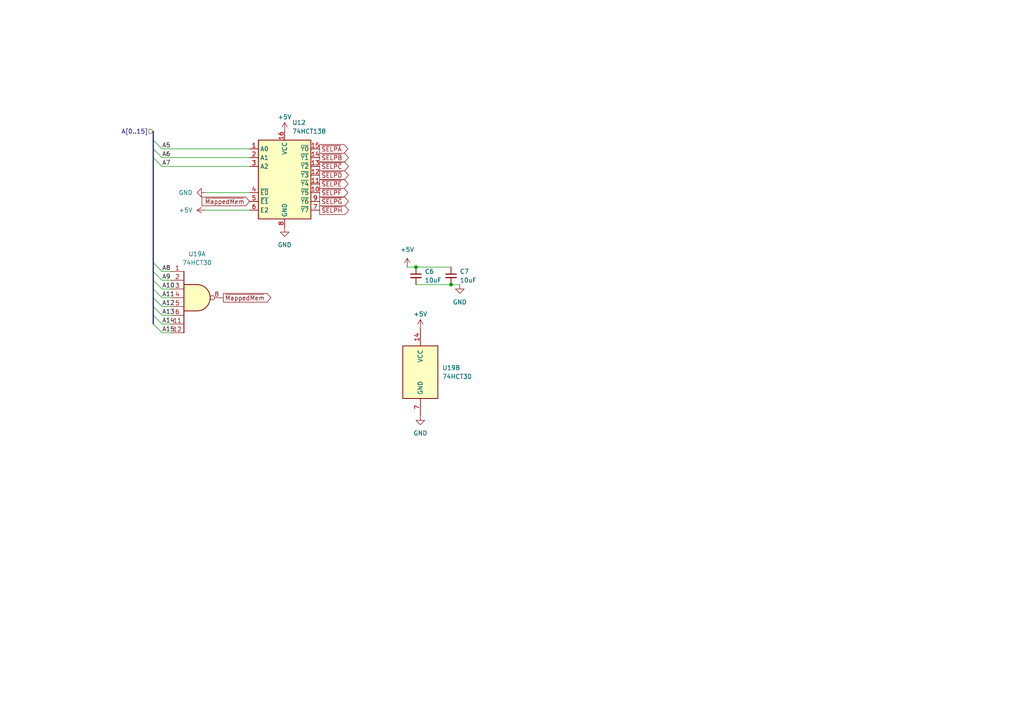
<source format=kicad_sch>
(kicad_sch (version 20250114) (generator "eeschema") (generator_version "9.0")
  (paper "A4")
  (title_block (title "HD6309 Homebrew SBC") (date "2024-04-11") (rev "2.0"))
  (lib_symbols
    (symbol "+5V_1" (power) (pin_names (offset 0))
      (property "Value" "+5V_1" (at 0 3.556 0))
      (symbol "+5V_1_0_1"
        (polyline (pts (xy -0.762 1.27) (xy 0 2.54)))
        (polyline (pts (xy 0 2.54) (xy 0.762 1.27)))
        (polyline (pts (xy 0 0) (xy 0 2.54)))
      )
      (symbol "+5V_1_1_1"
        (pin power_in line (at 0 0 90) (length 0) (hide yes) (name "+5V") (number "1"))
      )
    )
    (symbol "74xx:74HCT138"
      (property "Reference" "U" (at -7.62 13.97 0))
      (property "Value" "74HCT138" (at 2.54 -11.43 0))
      (symbol "74HCT138_0_1"
        (rectangle (start -7.62 12.7) (end 7.62 -10.16) (stroke (width 0.254)) (fill (type background)))
      )
      (symbol "74HCT138_1_1"
        (pin input line (at -10.16 10.16 0) (length 2.54) (name "A0") (number "1"))
        (pin input line (at -10.16 7.62 0) (length 2.54) (name "A1") (number "2"))
        (pin input line (at -10.16 5.08 0) (length 2.54) (name "A2") (number "3"))
        (pin input line (at -10.16 -2.54 0) (length 2.54) (name "~{E0}") (number "4"))
        (pin input line (at -10.16 -5.08 0) (length 2.54) (name "~{E1}") (number "5"))
        (pin input line (at -10.16 -7.62 0) (length 2.54) (name "E2") (number "6"))
        (pin power_in line (at 0 15.24 270) (length 2.54) (name "VCC") (number "16"))
        (pin power_in line (at 0 -12.7 90) (length 2.54) (name "GND") (number "8"))
        (pin output line (at 10.16 10.16 180) (length 2.54) (name "~{Y0}") (number "15"))
        (pin output line (at 10.16 7.62 180) (length 2.54) (name "~{Y1}") (number "14"))
        (pin output line (at 10.16 5.08 180) (length 2.54) (name "~{Y2}") (number "13"))
        (pin output line (at 10.16 2.54 180) (length 2.54) (name "~{Y3}") (number "12"))
        (pin output line (at 10.16 0 180) (length 2.54) (name "~{Y4}") (number "11"))
        (pin output line (at 10.16 -2.54 180) (length 2.54) (name "~{Y5}") (number "10"))
        (pin output line (at 10.16 -5.08 180) (length 2.54) (name "~{Y6}") (number "9"))
        (pin output line (at 10.16 -7.62 180) (length 2.54) (name "~{Y7}") (number "7"))
      )
    )
    (symbol "74xx:74LS30" (pin_names (offset 1.016))
      (property "Reference" "U" (at 0 1.27 0))
      (property "Value" "74LS30" (at 0 -1.27 0))
      (symbol "74LS30_1_1"
        (polyline (pts (xy -3.81 7.62) (xy -3.81 -10.16)) (stroke (width 0.254)))
        (arc (start 0 3.81) (mid 3.7934 0) (end 0 -3.81) (stroke (width 0.254)) (fill (type background)))
        (polyline (pts (xy 0 3.81) (xy -3.81 3.81) (xy -3.81 -3.81) (xy 0 -3.81)) (stroke (width 0.254)) (fill (type background)))
        (pin input line (at -7.62 7.62 0) (length 3.81) (name "~") (number "1"))
        (pin input line (at -7.62 5.08 0) (length 3.81) (name "~") (number "2"))
        (pin input line (at -7.62 2.54 0) (length 3.81) (name "~") (number "3"))
        (pin input line (at -7.62 0 0) (length 3.81) (name "~") (number "4"))
        (pin input line (at -7.62 -2.54 0) (length 3.81) (name "~") (number "5"))
        (pin input line (at -7.62 -5.08 0) (length 3.81) (name "~") (number "6"))
        (pin input line (at -7.62 -7.62 0) (length 3.81) (name "~") (number "11"))
        (pin input line (at -7.62 -10.16 0) (length 3.81) (name "~") (number "12"))
        (pin output inverted (at 7.62 0 180) (length 3.81) (name "~") (number "8"))
      )
      (symbol "74LS30_1_2"
        (arc (start -3.81 3.81) (mid -2.589 0) (end -3.81 -3.81) (stroke (width 0.254)))
        (polyline (pts (xy -3.81 7.62) (xy -3.81 3.81)) (stroke (width 0.254)))
        (polyline (pts (xy -3.81 3.81) (xy -0.635 3.81)) (stroke (width 0.254)) (fill (type background)))
        (polyline (pts (xy -3.81 -3.81) (xy -3.81 -10.16)) (stroke (width 0.254)))
        (polyline (pts (xy -3.81 -3.81) (xy -0.635 -3.81)) (stroke (width 0.254)) (fill (type background)))
        (arc (start 3.81 0) (mid 2.1855 -2.584) (end -0.6096 -3.81) (stroke (width 0.254)) (fill (type background)))
        (arc (start -0.6096 3.81) (mid 2.1928 2.5924) (end 3.81 0) (stroke (width 0.254)) (fill (type background)))
        (polyline (pts (xy -0.635 3.81) (xy -3.81 3.81) (xy -3.81 3.81) (xy -3.556 3.4036) (xy -3.0226 2.2606) (xy -2.6924 1.0414) (xy -2.6162 -0.254) (xy -2.7686 -1.4986) (xy -3.175 -2.7178) (xy -3.81 -3.81) (xy -3.81 -3.81) (xy -0.635 -3.81)) (stroke (width -25.4)) (fill (type background)))
        (pin input inverted (at -7.62 7.62 0) (length 3.81) (name "~") (number "1"))
        (pin input inverted (at -7.62 5.08 0) (length 3.81) (name "~") (number "2"))
        (pin input inverted (at -7.62 2.54 0) (length 4.5466) (name "~") (number "3"))
        (pin input inverted (at -7.62 0 0) (length 5.08) (name "~") (number "4"))
        (pin input inverted (at -7.62 -2.54 0) (length 4.5466) (name "~") (number "5"))
        (pin input inverted (at -7.62 -5.08 0) (length 3.81) (name "~") (number "6"))
        (pin input inverted (at -7.62 -7.62 0) (length 3.81) (name "~") (number "11"))
        (pin input inverted (at -7.62 -10.16 0) (length 3.81) (name "~") (number "12"))
        (pin output line (at 7.62 0 180) (length 3.81) (name "~") (number "8"))
      )
      (symbol "74LS30_2_0"
        (pin power_in line (at 0 12.7 270) (length 5.08) (name "VCC") (number "14"))
        (pin power_in line (at 0 -12.7 90) (length 5.08) (name "GND") (number "7"))
      )
      (symbol "74LS30_2_1"
        (rectangle (start -5.08 7.62) (end 5.08 -7.62) (stroke (width 0.254)) (fill (type background)))
      )
    )
    (symbol "Device:C_Small" (pin_numbers (hide yes)) (pin_names (offset 0.254) (hide yes))
      (property "Reference" "C" (at 0.254 1.778 0))
      (property "Value" "C_Small" (at 0.254 -2.032 0))
      (symbol "C_Small_0_1"
        (polyline (pts (xy -1.524 0.508) (xy 1.524 0.508)) (stroke (width 0.3048)))
        (polyline (pts (xy -1.524 -0.508) (xy 1.524 -0.508)) (stroke (width 0.3302)))
      )
      (symbol "C_Small_1_1"
        (pin passive line (at 0 2.54 270) (length 2.032) (name "~") (number "1"))
        (pin passive line (at 0 -2.54 90) (length 2.032) (name "~") (number "2"))
      )
    )
    (symbol "GND_1" (power) (pin_names (offset 0))
      (property "Value" "GND_1" (at 0 -3.81 0))
      (symbol "GND_1_0_1"
        (polyline (pts (xy 0 0) (xy 0 -1.27) (xy 1.27 -1.27) (xy 0 -2.54) (xy -1.27 -1.27) (xy 0 -1.27)))
      )
      (symbol "GND_1_1_1"
        (pin power_in line (at 0 0 270) (length 0) (hide yes) (name "GND") (number "1"))
      )
    )
    (symbol "power:+5V" (power) (pin_numbers (hide yes)) (pin_names (offset 0) (hide yes))
      (property "Value" "+5V" (at 0 3.556 0))
      (symbol "+5V_0_1"
        (polyline (pts (xy -0.762 1.27) (xy 0 2.54)))
        (polyline (pts (xy 0 2.54) (xy 0.762 1.27)))
        (polyline (pts (xy 0 0) (xy 0 2.54)))
      )
      (symbol "+5V_1_1"
        (pin power_in line (at 0 0 90) (length 0) (name "~") (number "1"))
      )
    )
    (symbol "power:GND" (power) (pin_numbers (hide yes)) (pin_names (offset 0) (hide yes))
      (property "Value" "GND" (at 0 -3.81 0))
      (symbol "GND_0_1"
        (polyline (pts (xy 0 0) (xy 0 -1.27) (xy 1.27 -1.27) (xy 0 -2.54) (xy -1.27 -1.27) (xy 0 -1.27)))
      )
      (symbol "GND_1_1"
        (pin power_in line (at 0 0 270) (length 0) (name "~") (number "1"))
      )
    )
  )
  (junction (at 130.81 82.55))
  (junction (at 120.65 77.47))
  (bus_entry (at 44.45 40.64) (size 2.54 2.54))
  (bus_entry (at 44.45 81.28) (size 2.54 2.54))
  (bus_entry (at 44.45 93.98) (size 2.54 2.54))
  (bus_entry (at 44.45 43.18) (size 2.54 2.54))
  (bus_entry (at 44.45 76.2) (size 2.54 2.54))
  (bus_entry (at 44.45 88.9) (size 2.54 2.54))
  (bus_entry (at 44.45 86.36) (size 2.54 2.54))
  (bus_entry (at 44.45 78.74) (size 2.54 2.54))
  (bus_entry (at 44.45 45.72) (size 2.54 2.54))
  (bus_entry (at 44.45 91.44) (size 2.54 2.54))
  (bus_entry (at 44.45 83.82) (size 2.54 2.54))
  (wire (pts (xy 46.99 48.26) (xy 72.39 48.26)))
  (wire (pts (xy 46.99 88.9) (xy 49.53 88.9)))
  (bus (pts (xy 44.45 86.36) (xy 44.45 88.9)))
  (wire (pts (xy 46.99 86.36) (xy 49.53 86.36)))
  (bus (pts (xy 44.45 38.1) (xy 44.45 40.64)))
  (wire (pts (xy 46.99 81.28) (xy 49.53 81.28)))
  (wire (pts (xy 120.65 82.55) (xy 130.81 82.55)))
  (wire (pts (xy 46.99 43.18) (xy 72.39 43.18)))
  (wire (pts (xy 59.69 60.96) (xy 72.39 60.96)))
  (wire (pts (xy 59.69 55.88) (xy 72.39 55.88)))
  (bus (pts (xy 44.45 81.28) (xy 44.45 83.82)))
  (wire (pts (xy 120.65 77.47) (xy 130.81 77.47)))
  (bus (pts (xy 44.45 76.2) (xy 44.45 78.74)))
  (wire (pts (xy 46.99 83.82) (xy 49.53 83.82)))
  (bus (pts (xy 44.45 45.72) (xy 44.45 76.2)))
  (bus (pts (xy 44.45 83.82) (xy 44.45 86.36)))
  (wire (pts (xy 130.81 82.55) (xy 133.35 82.55)))
  (bus (pts (xy 44.45 91.44) (xy 44.45 93.98)))
  (wire (pts (xy 46.99 93.98) (xy 49.53 93.98)))
  (bus (pts (xy 44.45 40.64) (xy 44.45 43.18)))
  (wire (pts (xy 46.99 96.52) (xy 49.53 96.52)))
  (bus (pts (xy 44.45 78.74) (xy 44.45 81.28)))
  (wire (pts (xy 46.99 78.74) (xy 49.53 78.74)))
  (wire (pts (xy 118.11 77.47) (xy 120.65 77.47)))
  (wire (pts (xy 46.99 91.44) (xy 49.53 91.44)))
  (bus (pts (xy 44.45 88.9) (xy 44.45 91.44)))
  (wire (pts (xy 46.99 45.72) (xy 72.39 45.72)))
  (bus (pts (xy 44.45 43.18) (xy 44.45 45.72)))
  (label "A5" (at 46.99 43.18 0))
  (label "A15" (at 46.99 96.52 0))
  (label "A7" (at 46.99 48.26 0))
  (label "A8" (at 46.99 78.74 0))
  (label "A12" (at 46.99 88.9 0))
  (label "A11" (at 46.99 86.36 0))
  (label "A13" (at 46.99 91.44 0))
  (label "A14" (at 46.99 93.98 0))
  (label "A9" (at 46.99 81.28 0))
  (label "A6" (at 46.99 45.72 0))
  (label "A10" (at 46.99 83.82 0))
  (global_label "~{SELPC}" (shape output) (at 92.71 48.26 0) (property "Intersheetrefs" "${INTERSHEET_REFS}" (effects (hide yes))))
  (global_label "~{MappedMem}" (shape input) (at 72.39 58.42 180) (property "Intersheetrefs" "${INTERSHEET_REFS}" (effects (hide yes))))
  (global_label "~{SELPA}" (shape output) (at 92.71 43.18 0) (property "Intersheetrefs" "${INTERSHEET_REFS}" (effects (hide yes))))
  (global_label "~{SELPE}" (shape output) (at 92.71 53.34 0) (property "Intersheetrefs" "${INTERSHEET_REFS}" (effects (hide yes))))
  (global_label "~{MappedMem}" (shape output) (at 64.77 86.36 0) (property "Intersheetrefs" "${INTERSHEET_REFS}" (effects (hide yes))))
  (global_label "~{SELPF}" (shape output) (at 92.71 55.88 0) (property "Intersheetrefs" "${INTERSHEET_REFS}" (effects (hide yes))))
  (global_label "~{SELPB}" (shape output) (at 92.71 45.72 0) (property "Intersheetrefs" "${INTERSHEET_REFS}" (effects (hide yes))))
  (global_label "~{SELPG}" (shape output) (at 92.71 58.42 0) (property "Intersheetrefs" "${INTERSHEET_REFS}" (effects (hide yes))))
  (global_label "~{SELPH}" (shape output) (at 92.71 60.96 0) (property "Intersheetrefs" "${INTERSHEET_REFS}" (effects (hide yes))))
  (global_label "~{SELPD}" (shape output) (at 92.71 50.8 0) (property "Intersheetrefs" "${INTERSHEET_REFS}" (effects (hide yes))))
  (hierarchical_label "A[0..15]" (shape input) (at 44.45 38.1 180))
  (symbol (lib_name "GND_1") (lib_id "power:GND") (at 59.69 55.88 270) (unit 1)
    (property "Reference" "#PWR049" (effects (hide yes)))
    (property "Value" "GND" (at 55.88 55.8799 90) (effects (justify right)))
  )
  (symbol (lib_id "power:GND") (at 133.35 82.55 0) (unit 1)
    (property "Reference" "#PWR020" (effects (hide yes)))
    (property "Value" "GND" (at 133.35 87.63 0))
    (property "Description" "Power symbol creates a global label with name \"GND\" , ground" (effects (hide yes)))
  )
  (symbol (lib_name "GND_1") (lib_id "power:GND") (at 121.92 120.65 0) (unit 1)
    (property "Reference" "#PWR051" (effects (hide yes)))
    (property "Value" "GND" (at 121.92 125.6284 0))
  )
  (symbol (lib_id "74xx:74HCT138") (at 82.55 53.34 0) (unit 1)
    (property "Reference" "U12" (at 84.7441 35.56 0) (effects (justify left)))
    (property "Value" "74HCT138" (at 84.7441 38.1 0) (effects (justify left)))
    (property "Footprint" "Package_SO:SOIC-16_3.9x9.9mm_P1.27mm" (effects (hide yes)))
    (property "Datasheet" "http://www.ti.com/lit/ds/symlink/cd74hc238.pdf" (effects (hide yes)))
    (property "Description" "3-to-8 line decoder/multiplexer inverting, DIP-16/SOIC-16/SSOP-16" (effects (hide yes)))
  )
  (symbol (lib_id "Device:C_Small") (at 130.81 80.01 0) (unit 1)
    (property "Reference" "C7" (at 133.35 78.7462 0) (effects (justify left)))
    (property "Value" "10uF" (at 133.35 81.2862 0) (effects (justify left)))
    (property "Footprint" "Capacitor_SMD:C_0805_2012Metric_Pad1.18x1.45mm_HandSolder" (effects (hide yes)))
    (property "Description" "Unpolarized capacitor, small symbol" (effects (hide yes)))
  )
  (symbol (lib_name "+5V_1") (lib_id "power:+5V") (at 121.92 95.25 0) (unit 1)
    (property "Reference" "#PWR050" (effects (hide yes)))
    (property "Value" "+5V" (at 121.92 91.0844 0))
  )
  (symbol (lib_id "74xx:74LS30") (at 121.92 107.95 0) (unit 2)
    (property "Reference" "U19" (at 128.27 106.6799 0) (effects (justify left)))
    (property "Value" "74HCT30" (at 128.27 109.2199 0) (effects (justify left)))
    (property "Footprint" "Package_SO:SOIC-14_3.9x8.7mm_P1.27mm" (effects (hide yes)))
    (property "Datasheet" "http://www.ti.com/lit/gpn/sn74LS30" (effects (hide yes)))
    (property "Description" "8-input NAND" (effects (hide yes)))
  )
  (symbol (lib_name "+5V_1") (lib_id "power:+5V") (at 82.55 38.1 0) (unit 1)
    (property "Reference" "#PWR033" (effects (hide yes)))
    (property "Value" "+5V" (at 82.55 33.9344 0))
  )
  (symbol (lib_id "power:+5V") (at 118.11 77.47 0) (unit 1)
    (property "Reference" "#PWR019" (effects (hide yes)))
    (property "Value" "+5V" (at 118.11 72.39 0))
    (property "Description" "Power symbol creates a global label with name \"+5V\"" (effects (hide yes)))
  )
  (symbol (lib_id "74xx:74LS30") (at 57.15 86.36 0) (unit 1)
    (property "Reference" "U19" (at 57.1417 73.66 0))
    (property "Value" "74HCT30" (at 57.1417 76.2 0))
    (property "Footprint" "Package_SO:SOIC-14_3.9x8.7mm_P1.27mm" (effects (hide yes)))
    (property "Datasheet" "http://www.ti.com/lit/gpn/sn74LS30" (effects (hide yes)))
    (property "Description" "8-input NAND" (effects (hide yes)))
  )
  (symbol (lib_name "+5V_1") (lib_id "power:+5V") (at 59.69 60.96 90) (unit 1)
    (property "Reference" "#PWR052" (effects (hide yes)))
    (property "Value" "+5V" (at 55.88 60.9599 90) (effects (justify left)))
  )
  (symbol (lib_name "GND_1") (lib_id "power:GND") (at 82.55 66.04 0) (unit 1)
    (property "Reference" "#PWR032" (effects (hide yes)))
    (property "Value" "GND" (at 82.55 71.0184 0))
  )
  (symbol (lib_id "Device:C_Small") (at 120.65 80.01 0) (unit 1)
    (property "Reference" "C6" (at 123.19 78.7462 0) (effects (justify left)))
    (property "Value" "10uF" (at 123.19 81.2862 0) (effects (justify left)))
    (property "Footprint" "Capacitor_SMD:C_0805_2012Metric_Pad1.18x1.45mm_HandSolder" (effects (hide yes)))
    (property "Description" "Unpolarized capacitor, small symbol" (effects (hide yes)))
  )
)
</source>
